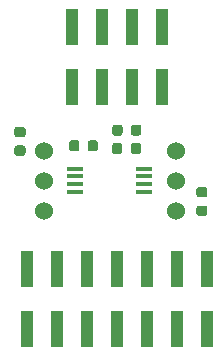
<source format=gbr>
G04 #@! TF.GenerationSoftware,KiCad,Pcbnew,5.1.12-84ad8e8a86~92~ubuntu20.04.1*
G04 #@! TF.CreationDate,2022-01-25T20:23:26-05:00*
G04 #@! TF.ProjectId,ABPDJJT001PGAA5_sensor_module,41425044-4a4a-4543-9030-315047414135,rev?*
G04 #@! TF.SameCoordinates,Original*
G04 #@! TF.FileFunction,Soldermask,Bot*
G04 #@! TF.FilePolarity,Negative*
%FSLAX46Y46*%
G04 Gerber Fmt 4.6, Leading zero omitted, Abs format (unit mm)*
G04 Created by KiCad (PCBNEW 5.1.12-84ad8e8a86~92~ubuntu20.04.1) date 2022-01-25 20:23:26*
%MOMM*%
%LPD*%
G01*
G04 APERTURE LIST*
%ADD10C,1.524000*%
%ADD11R,1.000000X3.150000*%
%ADD12R,1.450000X0.450000*%
G04 APERTURE END LIST*
D10*
X118014920Y-42529760D03*
X118014920Y-45069760D03*
X118014920Y-47609760D03*
X106764920Y-47609760D03*
X106764920Y-45069760D03*
X106764920Y-42529760D03*
G36*
G01*
X105021090Y-42949580D02*
X104508590Y-42949580D01*
G75*
G02*
X104289840Y-42730830I0J218750D01*
G01*
X104289840Y-42293330D01*
G75*
G02*
X104508590Y-42074580I218750J0D01*
G01*
X105021090Y-42074580D01*
G75*
G02*
X105239840Y-42293330I0J-218750D01*
G01*
X105239840Y-42730830D01*
G75*
G02*
X105021090Y-42949580I-218750J0D01*
G01*
G37*
G36*
G01*
X105021090Y-41374580D02*
X104508590Y-41374580D01*
G75*
G02*
X104289840Y-41155830I0J218750D01*
G01*
X104289840Y-40718330D01*
G75*
G02*
X104508590Y-40499580I218750J0D01*
G01*
X105021090Y-40499580D01*
G75*
G02*
X105239840Y-40718330I0J-218750D01*
G01*
X105239840Y-41155830D01*
G75*
G02*
X105021090Y-41374580I-218750J0D01*
G01*
G37*
G36*
G01*
X120426190Y-46472360D02*
X119913690Y-46472360D01*
G75*
G02*
X119694940Y-46253610I0J218750D01*
G01*
X119694940Y-45816110D01*
G75*
G02*
X119913690Y-45597360I218750J0D01*
G01*
X120426190Y-45597360D01*
G75*
G02*
X120644940Y-45816110I0J-218750D01*
G01*
X120644940Y-46253610D01*
G75*
G02*
X120426190Y-46472360I-218750J0D01*
G01*
G37*
G36*
G01*
X120426190Y-48047360D02*
X119913690Y-48047360D01*
G75*
G02*
X119694940Y-47828610I0J218750D01*
G01*
X119694940Y-47391110D01*
G75*
G02*
X119913690Y-47172360I218750J0D01*
G01*
X120426190Y-47172360D01*
G75*
G02*
X120644940Y-47391110I0J-218750D01*
G01*
X120644940Y-47828610D01*
G75*
G02*
X120426190Y-48047360I-218750J0D01*
G01*
G37*
G36*
G01*
X112572080Y-42587890D02*
X112572080Y-42075390D01*
G75*
G02*
X112790830Y-41856640I218750J0D01*
G01*
X113228330Y-41856640D01*
G75*
G02*
X113447080Y-42075390I0J-218750D01*
G01*
X113447080Y-42587890D01*
G75*
G02*
X113228330Y-42806640I-218750J0D01*
G01*
X112790830Y-42806640D01*
G75*
G02*
X112572080Y-42587890I0J218750D01*
G01*
G37*
G36*
G01*
X114147080Y-42587890D02*
X114147080Y-42075390D01*
G75*
G02*
X114365830Y-41856640I218750J0D01*
G01*
X114803330Y-41856640D01*
G75*
G02*
X115022080Y-42075390I0J-218750D01*
G01*
X115022080Y-42587890D01*
G75*
G02*
X114803330Y-42806640I-218750J0D01*
G01*
X114365830Y-42806640D01*
G75*
G02*
X114147080Y-42587890I0J218750D01*
G01*
G37*
G36*
G01*
X114159780Y-41030870D02*
X114159780Y-40518370D01*
G75*
G02*
X114378530Y-40299620I218750J0D01*
G01*
X114816030Y-40299620D01*
G75*
G02*
X115034780Y-40518370I0J-218750D01*
G01*
X115034780Y-41030870D01*
G75*
G02*
X114816030Y-41249620I-218750J0D01*
G01*
X114378530Y-41249620D01*
G75*
G02*
X114159780Y-41030870I0J218750D01*
G01*
G37*
G36*
G01*
X112584780Y-41030870D02*
X112584780Y-40518370D01*
G75*
G02*
X112803530Y-40299620I218750J0D01*
G01*
X113241030Y-40299620D01*
G75*
G02*
X113459780Y-40518370I0J-218750D01*
G01*
X113459780Y-41030870D01*
G75*
G02*
X113241030Y-41249620I-218750J0D01*
G01*
X112803530Y-41249620D01*
G75*
G02*
X112584780Y-41030870I0J218750D01*
G01*
G37*
D11*
X105330000Y-52555000D03*
X105330000Y-57605000D03*
X107870000Y-52555000D03*
X107870000Y-57605000D03*
X110410000Y-52555000D03*
X110410000Y-57605000D03*
X112950000Y-52555000D03*
X112950000Y-57605000D03*
X115490000Y-52555000D03*
X115490000Y-57605000D03*
X118030000Y-52555000D03*
X118030000Y-57605000D03*
X120570000Y-52555000D03*
X120570000Y-57605000D03*
X116770000Y-37105000D03*
X116770000Y-32055000D03*
X114230000Y-37105000D03*
X114230000Y-32055000D03*
X111690000Y-37105000D03*
X111690000Y-32055000D03*
X109150000Y-37105000D03*
X109150000Y-32055000D03*
D12*
X115300000Y-44035000D03*
X115300000Y-44685000D03*
X115300000Y-45335000D03*
X115300000Y-45985000D03*
X109400000Y-45985000D03*
X109400000Y-45335000D03*
X109400000Y-44685000D03*
X109400000Y-44035000D03*
G36*
G01*
X108929720Y-42356750D02*
X108929720Y-41844250D01*
G75*
G02*
X109148470Y-41625500I218750J0D01*
G01*
X109585970Y-41625500D01*
G75*
G02*
X109804720Y-41844250I0J-218750D01*
G01*
X109804720Y-42356750D01*
G75*
G02*
X109585970Y-42575500I-218750J0D01*
G01*
X109148470Y-42575500D01*
G75*
G02*
X108929720Y-42356750I0J218750D01*
G01*
G37*
G36*
G01*
X110504720Y-42356750D02*
X110504720Y-41844250D01*
G75*
G02*
X110723470Y-41625500I218750J0D01*
G01*
X111160970Y-41625500D01*
G75*
G02*
X111379720Y-41844250I0J-218750D01*
G01*
X111379720Y-42356750D01*
G75*
G02*
X111160970Y-42575500I-218750J0D01*
G01*
X110723470Y-42575500D01*
G75*
G02*
X110504720Y-42356750I0J218750D01*
G01*
G37*
M02*

</source>
